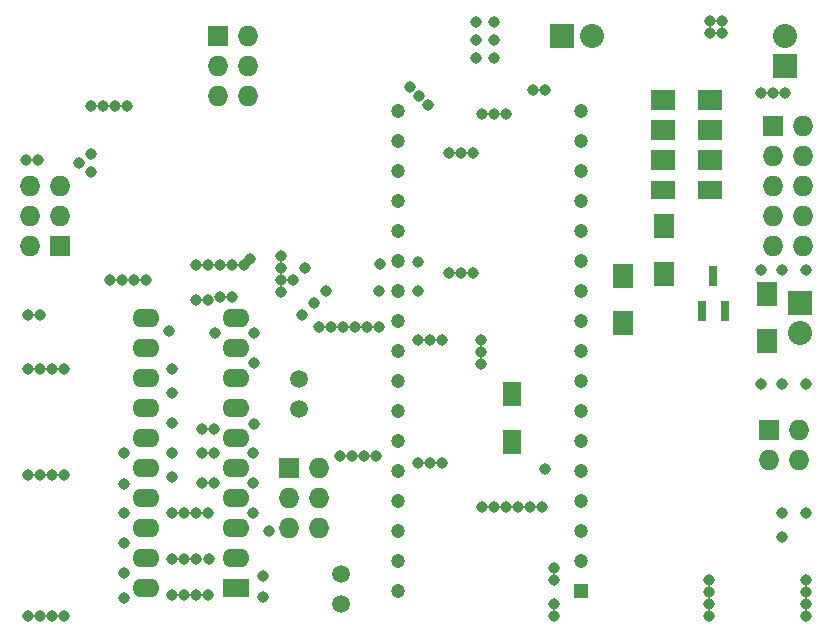
<source format=gbr>
G04 #@! TF.FileFunction,Soldermask,Bot*
%FSLAX46Y46*%
G04 Gerber Fmt 4.6, Leading zero omitted, Abs format (unit mm)*
G04 Created by KiCad (PCBNEW (after 2015-mar-04 BZR unknown)-product) date Thu 29 Dec 2016 04:21:00 PM CET*
%MOMM*%
G01*
G04 APERTURE LIST*
%ADD10C,0.100000*%
%ADD11C,0.970000*%
%ADD12C,1.200000*%
%ADD13R,1.200000X1.200000*%
%ADD14R,2.286000X1.574800*%
%ADD15O,2.286000X1.574800*%
%ADD16R,1.727200X1.727200*%
%ADD17O,1.727200X1.727200*%
%ADD18R,2.032000X2.032000*%
%ADD19O,2.032000X2.032000*%
%ADD20R,0.800100X1.800860*%
%ADD21R,2.000000X1.600000*%
%ADD22R,2.000000X1.700000*%
%ADD23C,1.501140*%
%ADD24R,1.700000X2.000000*%
%ADD25R,1.600000X2.000000*%
G04 APERTURE END LIST*
D10*
D11*
X107696000Y-96012000D03*
X107696000Y-94234000D03*
X125730000Y-50419000D03*
X125730000Y-47371000D03*
X125730000Y-48895000D03*
X127254000Y-47371000D03*
X127254000Y-48895000D03*
X146558000Y-48260000D03*
X145542000Y-48260000D03*
X127254000Y-50419000D03*
X92075000Y-59309000D03*
X93091000Y-60071000D03*
X93091000Y-58547000D03*
X132334000Y-93599000D03*
X132334000Y-94615000D03*
X99695000Y-73533000D03*
X103632000Y-73660000D03*
X99695000Y-73533000D03*
X99949000Y-85852000D03*
X99949000Y-83820000D03*
X99949000Y-81280000D03*
X99949000Y-78740000D03*
X99949000Y-76708000D03*
X122809000Y-84709000D03*
X121793000Y-84709000D03*
X120777000Y-84709000D03*
X117221000Y-84074000D03*
X116205000Y-84074000D03*
X115189000Y-84074000D03*
X114173000Y-84074000D03*
X153670000Y-97663000D03*
X153670000Y-94615000D03*
X153670000Y-95631000D03*
X153670000Y-96647000D03*
X145415000Y-97663000D03*
X145415000Y-96647000D03*
X145415000Y-95631000D03*
X145415000Y-94615000D03*
X132334000Y-96647000D03*
X132334000Y-97663000D03*
X93091000Y-54483000D03*
X94107000Y-54483000D03*
X95123000Y-54483000D03*
X96139000Y-54483000D03*
X97790000Y-69215000D03*
X96774000Y-69215000D03*
X95758000Y-69215000D03*
X94742000Y-69215000D03*
X106553000Y-67437000D03*
X106045000Y-67945000D03*
X109220000Y-67183000D03*
X109220000Y-68199000D03*
X109220000Y-69215000D03*
X105029000Y-70612000D03*
X104013000Y-70612000D03*
X102997000Y-70866000D03*
X101981000Y-70866000D03*
X105029000Y-67945000D03*
X104013000Y-67945000D03*
X102997000Y-67945000D03*
X101981000Y-67945000D03*
X106934000Y-73660000D03*
X106934000Y-76200000D03*
X106934000Y-81407000D03*
X106807000Y-83820000D03*
X106807000Y-86360000D03*
X108204000Y-90424000D03*
X106807000Y-88900000D03*
X103505000Y-86360000D03*
X102489000Y-86360000D03*
X103505000Y-83820000D03*
X102489000Y-83820000D03*
X102489000Y-81788000D03*
X103505000Y-81788000D03*
X102997000Y-88900000D03*
X101981000Y-88900000D03*
X100965000Y-88900000D03*
X99949000Y-88900000D03*
X99949000Y-92837000D03*
X100965000Y-92837000D03*
X101981000Y-92837000D03*
X103124000Y-92837000D03*
X102997000Y-95885000D03*
X101981000Y-95885000D03*
X100965000Y-95885000D03*
X99949000Y-95885000D03*
X95885000Y-96139000D03*
X95885000Y-93980000D03*
X95885000Y-91440000D03*
X95885000Y-88900000D03*
X95885000Y-83820000D03*
X95885000Y-86487000D03*
X90805000Y-97663000D03*
X89789000Y-97663000D03*
X88773000Y-97663000D03*
X87757000Y-97663000D03*
X87757000Y-85725000D03*
X88773000Y-85725000D03*
X89789000Y-85725000D03*
X90805000Y-85725000D03*
X90805000Y-76708000D03*
X89789000Y-76708000D03*
X88773000Y-76708000D03*
X87757000Y-76708000D03*
X87757000Y-72136000D03*
X88773000Y-72136000D03*
X88646000Y-59055000D03*
X87630000Y-59055000D03*
X131318000Y-88392000D03*
X130302000Y-88392000D03*
X129286000Y-88392000D03*
X128270000Y-88392000D03*
X127254000Y-88392000D03*
X126238000Y-88392000D03*
X131572000Y-85217000D03*
X126111000Y-76327000D03*
X126111000Y-75311000D03*
X126111000Y-74295000D03*
X120777000Y-74295000D03*
X121793000Y-74295000D03*
X122809000Y-74295000D03*
X112395000Y-73152000D03*
X113411000Y-73152000D03*
X114427000Y-73152000D03*
X115443000Y-73152000D03*
X116459000Y-73152000D03*
X117475000Y-73152000D03*
X111252000Y-68199000D03*
X110236000Y-69215000D03*
X109220000Y-70231000D03*
X110998000Y-72136000D03*
X112014000Y-71120000D03*
X113030000Y-70104000D03*
X117602000Y-67818000D03*
X120777000Y-67691000D03*
X117475000Y-70104000D03*
X120777000Y-70104000D03*
X123444000Y-68580000D03*
X124460000Y-68580000D03*
X125476000Y-68580000D03*
X125476000Y-58420000D03*
X124460000Y-58420000D03*
X123444000Y-58420000D03*
X146558000Y-47244000D03*
X145542000Y-47244000D03*
X153670000Y-88900000D03*
X151638000Y-88900000D03*
X151638000Y-90932000D03*
X153670000Y-77978000D03*
X151638000Y-77978000D03*
X149860000Y-77978000D03*
X153670000Y-68326000D03*
X151638000Y-68326000D03*
X149860000Y-68326000D03*
X151892000Y-53340000D03*
X150876000Y-53340000D03*
X149860000Y-53340000D03*
X121666000Y-54356000D03*
X120904000Y-53594000D03*
X120142000Y-52832000D03*
X128270000Y-55118000D03*
X130556000Y-53086000D03*
X131572000Y-53086000D03*
X126238000Y-55118000D03*
X128270000Y-55118000D03*
D12*
X119144000Y-95560000D03*
X119144000Y-93020000D03*
X119144000Y-90480000D03*
X119144000Y-87940000D03*
X119144000Y-85400000D03*
X119144000Y-82860000D03*
X119144000Y-80320000D03*
X119144000Y-77780000D03*
X119144000Y-75240000D03*
X119144000Y-72700000D03*
X119144000Y-70160000D03*
X119144000Y-67620000D03*
X119144000Y-65080000D03*
X119144000Y-62540000D03*
X119144000Y-60000000D03*
X119144000Y-57460000D03*
X119144000Y-54920000D03*
D13*
X134636000Y-95560000D03*
D12*
X134636000Y-93020000D03*
X134636000Y-90480000D03*
X134636000Y-87940000D03*
X134636000Y-85400000D03*
X134636000Y-82860000D03*
X134636000Y-80320000D03*
X134636000Y-77780000D03*
X134636000Y-75240000D03*
X134636000Y-72700000D03*
X134636000Y-70160000D03*
X134636000Y-67620000D03*
X134636000Y-65080000D03*
X134636000Y-62540000D03*
X134636000Y-60000000D03*
X134636000Y-57460000D03*
X134636000Y-54920000D03*
D14*
X105410000Y-95250000D03*
D15*
X105410000Y-92710000D03*
X105410000Y-90170000D03*
X105410000Y-87630000D03*
X105410000Y-85090000D03*
X105410000Y-82550000D03*
X105410000Y-80010000D03*
X105410000Y-77470000D03*
X105410000Y-74930000D03*
X105410000Y-72390000D03*
X97790000Y-72390000D03*
X97790000Y-74930000D03*
X97790000Y-77470000D03*
X97790000Y-80010000D03*
X97790000Y-82550000D03*
X97790000Y-85090000D03*
X97790000Y-87630000D03*
X97790000Y-90170000D03*
X97790000Y-92710000D03*
X97790000Y-95250000D03*
D16*
X109855000Y-85090000D03*
D17*
X112395000Y-85090000D03*
X109855000Y-87630000D03*
X112395000Y-87630000D03*
X109855000Y-90170000D03*
X112395000Y-90170000D03*
D16*
X90487500Y-66357500D03*
D17*
X87947500Y-66357500D03*
X90487500Y-63817500D03*
X87947500Y-63817500D03*
X90487500Y-61277500D03*
X87947500Y-61277500D03*
D16*
X103822500Y-48577500D03*
D17*
X106362500Y-48577500D03*
X103822500Y-51117500D03*
X106362500Y-51117500D03*
X103822500Y-53657500D03*
X106362500Y-53657500D03*
D16*
X150812500Y-56197500D03*
D17*
X153352500Y-56197500D03*
X150812500Y-58737500D03*
X153352500Y-58737500D03*
X150812500Y-61277500D03*
X153352500Y-61277500D03*
X150812500Y-63817500D03*
X153352500Y-63817500D03*
X150812500Y-66357500D03*
X153352500Y-66357500D03*
D18*
X153162000Y-71120000D03*
D19*
X153162000Y-73660000D03*
D20*
X146746000Y-71859140D03*
X144846000Y-71859140D03*
X145796000Y-68856860D03*
D16*
X150495000Y-81915000D03*
D17*
X153035000Y-81915000D03*
X150495000Y-84455000D03*
X153035000Y-84455000D03*
D21*
X141510000Y-61595000D03*
X145510000Y-61595000D03*
D18*
X151892000Y-51054000D03*
D19*
X151892000Y-48514000D03*
D22*
X141510000Y-53975000D03*
X145510000Y-53975000D03*
X141510000Y-59055000D03*
X145510000Y-59055000D03*
D23*
X110744000Y-77597000D03*
X110744000Y-80137000D03*
X114300000Y-96647000D03*
X114300000Y-94107000D03*
D18*
X132969000Y-48514000D03*
D19*
X135509000Y-48514000D03*
D24*
X141605000Y-64675000D03*
X141605000Y-68675000D03*
X138176000Y-68866000D03*
X138176000Y-72866000D03*
D22*
X145510000Y-56515000D03*
X141510000Y-56515000D03*
D24*
X150368000Y-74390000D03*
X150368000Y-70390000D03*
D11*
X127254000Y-55118000D03*
D25*
X128778000Y-82899000D03*
X128778000Y-78899000D03*
M02*

</source>
